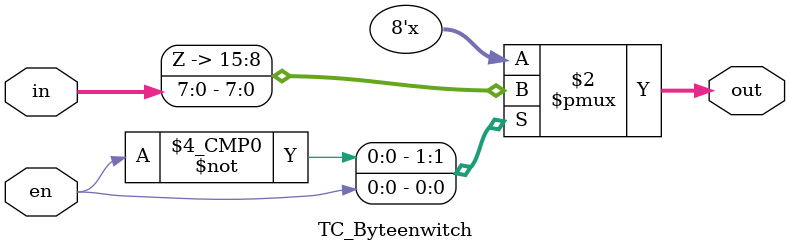
<source format=v>
module TC_Byteenwitch(en, in, out);
    input en;
    input [7:0] in;
    output reg [7:0] out;
    
    always @ (en or in) begin
        case(en)
        1'b0 : out <= 8'bZZZZ_ZZZZ;
        1'b1 : out <= in;
        endcase
    end
endmodule


</source>
